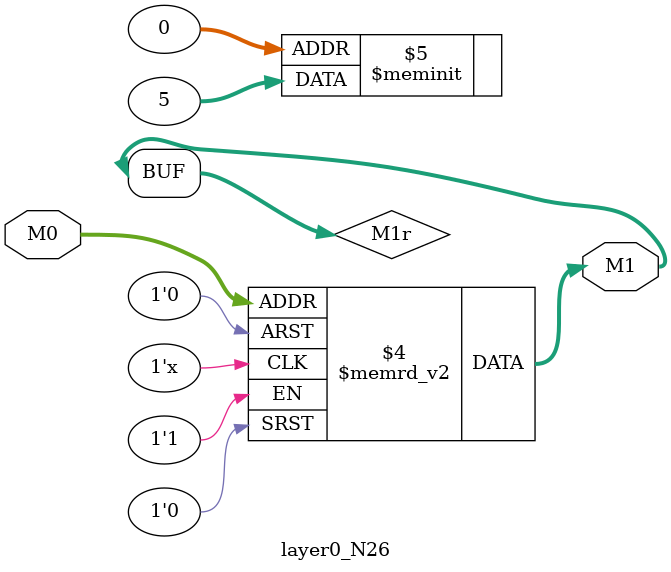
<source format=v>
module layer0_N26 ( input [3:0] M0, output [1:0] M1 );

	(*rom_style = "distributed" *) reg [1:0] M1r;
	assign M1 = M1r;
	always @ (M0) begin
		case (M0)
			4'b0000: M1r = 2'b01;
			4'b1000: M1r = 2'b00;
			4'b0100: M1r = 2'b00;
			4'b1100: M1r = 2'b00;
			4'b0010: M1r = 2'b00;
			4'b1010: M1r = 2'b00;
			4'b0110: M1r = 2'b00;
			4'b1110: M1r = 2'b00;
			4'b0001: M1r = 2'b01;
			4'b1001: M1r = 2'b00;
			4'b0101: M1r = 2'b00;
			4'b1101: M1r = 2'b00;
			4'b0011: M1r = 2'b00;
			4'b1011: M1r = 2'b00;
			4'b0111: M1r = 2'b00;
			4'b1111: M1r = 2'b00;

		endcase
	end
endmodule

</source>
